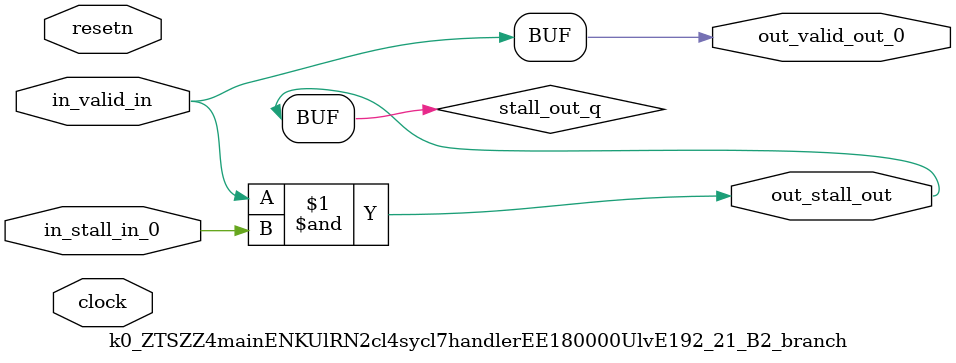
<source format=sv>



(* altera_attribute = "-name AUTO_SHIFT_REGISTER_RECOGNITION OFF; -name MESSAGE_DISABLE 10036; -name MESSAGE_DISABLE 10037; -name MESSAGE_DISABLE 14130; -name MESSAGE_DISABLE 14320; -name MESSAGE_DISABLE 15400; -name MESSAGE_DISABLE 14130; -name MESSAGE_DISABLE 10036; -name MESSAGE_DISABLE 12020; -name MESSAGE_DISABLE 12030; -name MESSAGE_DISABLE 12010; -name MESSAGE_DISABLE 12110; -name MESSAGE_DISABLE 14320; -name MESSAGE_DISABLE 13410; -name MESSAGE_DISABLE 113007; -name MESSAGE_DISABLE 10958" *)
module k0_ZTSZZ4mainENKUlRN2cl4sycl7handlerEE180000UlvE192_21_B2_branch (
    input wire [0:0] in_stall_in_0,
    input wire [0:0] in_valid_in,
    output wire [0:0] out_stall_out,
    output wire [0:0] out_valid_out_0,
    input wire clock,
    input wire resetn
    );

    wire [0:0] stall_out_q;


    // stall_out(LOGICAL,6)
    assign stall_out_q = in_valid_in & in_stall_in_0;

    // out_stall_out(GPOUT,4)
    assign out_stall_out = stall_out_q;

    // out_valid_out_0(GPOUT,5)
    assign out_valid_out_0 = in_valid_in;

endmodule

</source>
